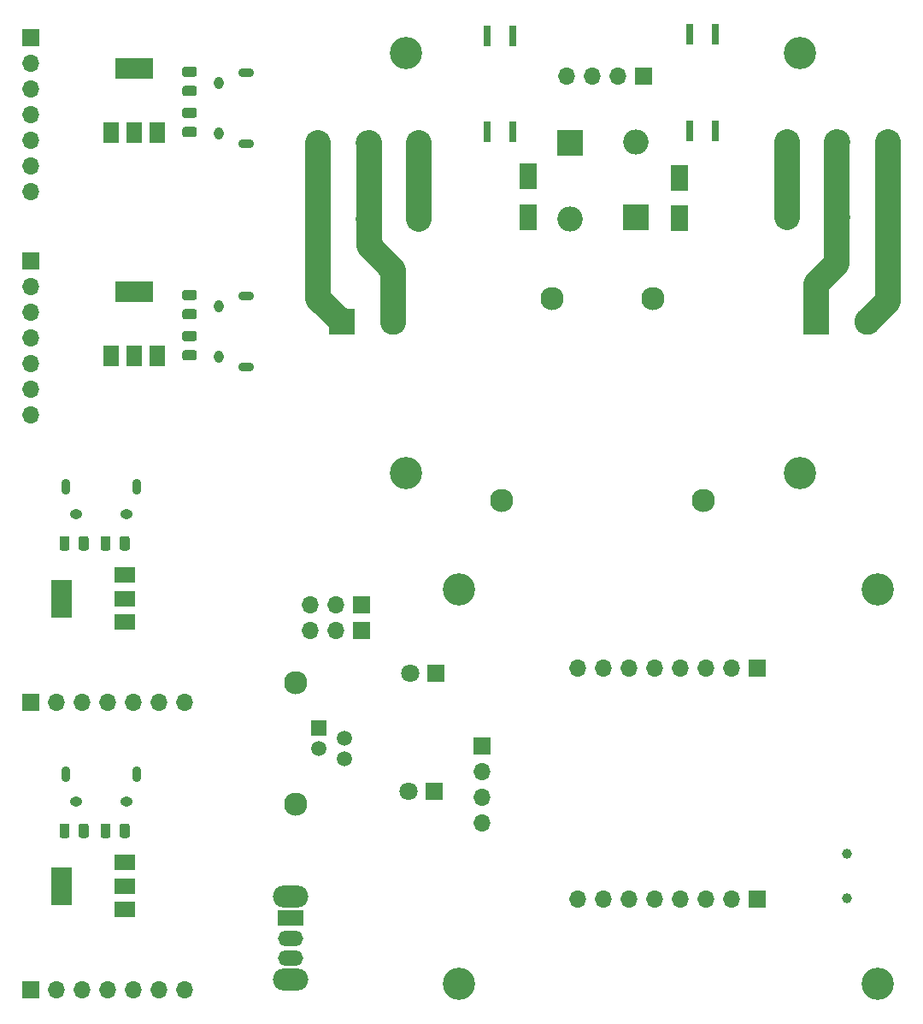
<source format=gbr>
%TF.GenerationSoftware,KiCad,Pcbnew,(5.1.7)-1*%
%TF.CreationDate,2021-02-24T10:57:44+01:00*%
%TF.ProjectId,Temperature-controller-with-ESP8266,54656d70-6572-4617-9475-72652d636f6e,rev?*%
%TF.SameCoordinates,Original*%
%TF.FileFunction,Soldermask,Bot*%
%TF.FilePolarity,Negative*%
%FSLAX46Y46*%
G04 Gerber Fmt 4.6, Leading zero omitted, Abs format (unit mm)*
G04 Created by KiCad (PCBNEW (5.1.7)-1) date 2021-02-24 10:57:44*
%MOMM*%
%LPD*%
G01*
G04 APERTURE LIST*
%ADD10C,2.500000*%
%ADD11O,1.700000X1.700000*%
%ADD12R,1.700000X1.700000*%
%ADD13R,2.000000X1.500000*%
%ADD14R,2.000000X3.800000*%
%ADD15O,0.890000X1.550000*%
%ADD16O,1.250000X0.950000*%
%ADD17R,1.500000X2.000000*%
%ADD18R,3.800000X2.000000*%
%ADD19O,1.550000X0.890000*%
%ADD20O,0.950000X1.250000*%
%ADD21C,2.300000*%
%ADD22R,1.500000X1.500000*%
%ADD23C,1.500000*%
%ADD24R,0.640000X2.000000*%
%ADD25R,2.500000X2.500000*%
%ADD26O,2.500000X2.500000*%
%ADD27R,1.800000X2.500000*%
%ADD28C,1.000000*%
%ADD29C,1.800000*%
%ADD30R,1.800000X1.800000*%
%ADD31O,3.500000X2.200000*%
%ADD32O,2.500000X1.500000*%
%ADD33R,2.500000X1.500000*%
%ADD34C,3.200000*%
%ADD35C,2.600000*%
%ADD36R,2.600000X2.600000*%
G04 APERTURE END LIST*
D10*
X126873000Y-72136000D02*
X124460000Y-69850000D01*
X131953000Y-67056000D02*
X129540000Y-64643000D01*
X131953000Y-72136000D02*
X131953000Y-67056000D01*
X173863000Y-68453000D02*
X175895000Y-66421000D01*
X173863000Y-72136000D02*
X173863000Y-68453000D01*
X178943000Y-72136000D02*
X180975000Y-70104000D01*
X180975000Y-54356000D02*
X180975000Y-70104000D01*
X175895000Y-54356000D02*
X175895000Y-66421000D01*
X170942000Y-54356000D02*
X170942000Y-61849000D01*
X124460000Y-54483000D02*
X124460000Y-69850000D01*
X129540000Y-54483000D02*
X129540000Y-64643000D01*
X134493000Y-54483000D02*
X134493000Y-61976000D01*
D11*
%TO.C,J12*%
X111252000Y-138303000D03*
X108712000Y-138303000D03*
X106172000Y-138303000D03*
X103632000Y-138303000D03*
X101092000Y-138303000D03*
X98552000Y-138303000D03*
D12*
X96012000Y-138303000D03*
%TD*%
D13*
%TO.C,U8*%
X105385000Y-125716000D03*
X105385000Y-130316000D03*
X105385000Y-128016000D03*
D14*
X99085000Y-128016000D03*
%TD*%
D15*
%TO.C,J11*%
X99497000Y-116937000D03*
X106497000Y-116937000D03*
D16*
X100497000Y-119637000D03*
X105497000Y-119637000D03*
%TD*%
%TO.C,C7*%
G36*
G01*
X103944000Y-122080000D02*
X103944000Y-123030000D01*
G75*
G02*
X103694000Y-123280000I-250000J0D01*
G01*
X103194000Y-123280000D01*
G75*
G02*
X102944000Y-123030000I0J250000D01*
G01*
X102944000Y-122080000D01*
G75*
G02*
X103194000Y-121830000I250000J0D01*
G01*
X103694000Y-121830000D01*
G75*
G02*
X103944000Y-122080000I0J-250000D01*
G01*
G37*
G36*
G01*
X105844000Y-122080000D02*
X105844000Y-123030000D01*
G75*
G02*
X105594000Y-123280000I-250000J0D01*
G01*
X105094000Y-123280000D01*
G75*
G02*
X104844000Y-123030000I0J250000D01*
G01*
X104844000Y-122080000D01*
G75*
G02*
X105094000Y-121830000I250000J0D01*
G01*
X105594000Y-121830000D01*
G75*
G02*
X105844000Y-122080000I0J-250000D01*
G01*
G37*
%TD*%
%TO.C,C8*%
G36*
G01*
X101780000Y-122080000D02*
X101780000Y-123030000D01*
G75*
G02*
X101530000Y-123280000I-250000J0D01*
G01*
X101030000Y-123280000D01*
G75*
G02*
X100780000Y-123030000I0J250000D01*
G01*
X100780000Y-122080000D01*
G75*
G02*
X101030000Y-121830000I250000J0D01*
G01*
X101530000Y-121830000D01*
G75*
G02*
X101780000Y-122080000I0J-250000D01*
G01*
G37*
G36*
G01*
X99880000Y-122080000D02*
X99880000Y-123030000D01*
G75*
G02*
X99630000Y-123280000I-250000J0D01*
G01*
X99130000Y-123280000D01*
G75*
G02*
X98880000Y-123030000I0J250000D01*
G01*
X98880000Y-122080000D01*
G75*
G02*
X99130000Y-121830000I250000J0D01*
G01*
X99630000Y-121830000D01*
G75*
G02*
X99880000Y-122080000I0J-250000D01*
G01*
G37*
%TD*%
D11*
%TO.C,J12*%
X111252000Y-109855000D03*
X108712000Y-109855000D03*
X106172000Y-109855000D03*
X103632000Y-109855000D03*
X101092000Y-109855000D03*
X98552000Y-109855000D03*
D12*
X96012000Y-109855000D03*
%TD*%
D13*
%TO.C,U8*%
X105385000Y-97268000D03*
X105385000Y-101868000D03*
X105385000Y-99568000D03*
D14*
X99085000Y-99568000D03*
%TD*%
D15*
%TO.C,J11*%
X99497000Y-88489000D03*
X106497000Y-88489000D03*
D16*
X100497000Y-91189000D03*
X105497000Y-91189000D03*
%TD*%
%TO.C,C7*%
G36*
G01*
X103944000Y-93632000D02*
X103944000Y-94582000D01*
G75*
G02*
X103694000Y-94832000I-250000J0D01*
G01*
X103194000Y-94832000D01*
G75*
G02*
X102944000Y-94582000I0J250000D01*
G01*
X102944000Y-93632000D01*
G75*
G02*
X103194000Y-93382000I250000J0D01*
G01*
X103694000Y-93382000D01*
G75*
G02*
X103944000Y-93632000I0J-250000D01*
G01*
G37*
G36*
G01*
X105844000Y-93632000D02*
X105844000Y-94582000D01*
G75*
G02*
X105594000Y-94832000I-250000J0D01*
G01*
X105094000Y-94832000D01*
G75*
G02*
X104844000Y-94582000I0J250000D01*
G01*
X104844000Y-93632000D01*
G75*
G02*
X105094000Y-93382000I250000J0D01*
G01*
X105594000Y-93382000D01*
G75*
G02*
X105844000Y-93632000I0J-250000D01*
G01*
G37*
%TD*%
%TO.C,C8*%
G36*
G01*
X101780000Y-93632000D02*
X101780000Y-94582000D01*
G75*
G02*
X101530000Y-94832000I-250000J0D01*
G01*
X101030000Y-94832000D01*
G75*
G02*
X100780000Y-94582000I0J250000D01*
G01*
X100780000Y-93632000D01*
G75*
G02*
X101030000Y-93382000I250000J0D01*
G01*
X101530000Y-93382000D01*
G75*
G02*
X101780000Y-93632000I0J-250000D01*
G01*
G37*
G36*
G01*
X99880000Y-93632000D02*
X99880000Y-94582000D01*
G75*
G02*
X99630000Y-94832000I-250000J0D01*
G01*
X99130000Y-94832000D01*
G75*
G02*
X98880000Y-94582000I0J250000D01*
G01*
X98880000Y-93632000D01*
G75*
G02*
X99130000Y-93382000I250000J0D01*
G01*
X99630000Y-93382000D01*
G75*
G02*
X99880000Y-93632000I0J-250000D01*
G01*
G37*
%TD*%
D11*
%TO.C,J12*%
X96012000Y-81407000D03*
X96012000Y-78867000D03*
X96012000Y-76327000D03*
X96012000Y-73787000D03*
X96012000Y-71247000D03*
X96012000Y-68707000D03*
D12*
X96012000Y-66167000D03*
%TD*%
D17*
%TO.C,U8*%
X108599000Y-75540000D03*
X103999000Y-75540000D03*
X106299000Y-75540000D03*
D18*
X106299000Y-69240000D03*
%TD*%
D19*
%TO.C,J11*%
X117378000Y-69652000D03*
X117378000Y-76652000D03*
D20*
X114678000Y-70652000D03*
X114678000Y-75652000D03*
%TD*%
%TO.C,C7*%
G36*
G01*
X112235000Y-74099000D02*
X111285000Y-74099000D01*
G75*
G02*
X111035000Y-73849000I0J250000D01*
G01*
X111035000Y-73349000D01*
G75*
G02*
X111285000Y-73099000I250000J0D01*
G01*
X112235000Y-73099000D01*
G75*
G02*
X112485000Y-73349000I0J-250000D01*
G01*
X112485000Y-73849000D01*
G75*
G02*
X112235000Y-74099000I-250000J0D01*
G01*
G37*
G36*
G01*
X112235000Y-75999000D02*
X111285000Y-75999000D01*
G75*
G02*
X111035000Y-75749000I0J250000D01*
G01*
X111035000Y-75249000D01*
G75*
G02*
X111285000Y-74999000I250000J0D01*
G01*
X112235000Y-74999000D01*
G75*
G02*
X112485000Y-75249000I0J-250000D01*
G01*
X112485000Y-75749000D01*
G75*
G02*
X112235000Y-75999000I-250000J0D01*
G01*
G37*
%TD*%
%TO.C,C8*%
G36*
G01*
X112235000Y-71935000D02*
X111285000Y-71935000D01*
G75*
G02*
X111035000Y-71685000I0J250000D01*
G01*
X111035000Y-71185000D01*
G75*
G02*
X111285000Y-70935000I250000J0D01*
G01*
X112235000Y-70935000D01*
G75*
G02*
X112485000Y-71185000I0J-250000D01*
G01*
X112485000Y-71685000D01*
G75*
G02*
X112235000Y-71935000I-250000J0D01*
G01*
G37*
G36*
G01*
X112235000Y-70035000D02*
X111285000Y-70035000D01*
G75*
G02*
X111035000Y-69785000I0J250000D01*
G01*
X111035000Y-69285000D01*
G75*
G02*
X111285000Y-69035000I250000J0D01*
G01*
X112235000Y-69035000D01*
G75*
G02*
X112485000Y-69285000I0J-250000D01*
G01*
X112485000Y-69785000D01*
G75*
G02*
X112235000Y-70035000I-250000J0D01*
G01*
G37*
%TD*%
D21*
%TO.C,J5*%
X122287000Y-107925000D03*
D22*
X124587000Y-112395000D03*
D23*
X127127000Y-113415000D03*
X124587000Y-114435000D03*
D21*
X122287000Y-119925000D03*
D23*
X127127000Y-115455000D03*
%TD*%
D11*
%TO.C,J2*%
X140716000Y-121793000D03*
X140716000Y-119253000D03*
X140716000Y-116713000D03*
D12*
X140716000Y-114173000D03*
%TD*%
D24*
%TO.C,U4*%
X161290000Y-53264000D03*
X163830000Y-53264000D03*
X163830000Y-43764000D03*
X161290000Y-43764000D03*
%TD*%
D25*
%TO.C,RL2*%
X149479000Y-54483000D03*
D26*
X134479000Y-54483000D03*
X129479000Y-54483000D03*
X124479000Y-54483000D03*
X124479000Y-61983000D03*
X129479000Y-61983000D03*
X134479000Y-61983000D03*
X149479000Y-61983000D03*
%TD*%
%TO.C,RL1*%
X155956000Y-54349000D03*
X170956000Y-54349000D03*
X175956000Y-54349000D03*
X180956000Y-54349000D03*
X180956000Y-61849000D03*
X175956000Y-61849000D03*
X170956000Y-61849000D03*
D25*
X155956000Y-61849000D03*
%TD*%
D27*
%TO.C,D3*%
X160274000Y-57944000D03*
X160274000Y-61944000D03*
%TD*%
D28*
%TO.C,J1*%
X176916000Y-124800000D03*
X176916000Y-129200000D03*
%TD*%
D29*
%TO.C,D1*%
X133477000Y-118618000D03*
D30*
X136017000Y-118618000D03*
%TD*%
D29*
%TO.C,D2*%
X133604000Y-106934000D03*
D30*
X136144000Y-106934000D03*
%TD*%
D31*
%TO.C,SW2*%
X121793000Y-137291000D03*
X121793000Y-129091000D03*
D32*
X121793000Y-135191000D03*
X121793000Y-133191000D03*
D33*
X121793000Y-131191000D03*
%TD*%
D12*
%TO.C,J3*%
X156718000Y-47879000D03*
D11*
X154178000Y-47879000D03*
X151638000Y-47879000D03*
X149098000Y-47879000D03*
%TD*%
D34*
%TO.C,H5*%
X133223000Y-45593000D03*
%TD*%
%TO.C,H6*%
X172212000Y-45593000D03*
%TD*%
%TO.C,H7*%
X133223000Y-87122000D03*
%TD*%
%TO.C,H8*%
X172212000Y-87122000D03*
%TD*%
D27*
%TO.C,D4*%
X145288000Y-61817000D03*
X145288000Y-57817000D03*
%TD*%
D24*
%TO.C,U3*%
X141224000Y-43891000D03*
X143764000Y-43891000D03*
X143764000Y-53391000D03*
X141224000Y-53391000D03*
%TD*%
D35*
%TO.C,J7*%
X131953000Y-72136000D03*
D36*
X126873000Y-72136000D03*
%TD*%
%TO.C,J8*%
X173863000Y-72136000D03*
D35*
X178943000Y-72136000D03*
%TD*%
D21*
%TO.C,PS1*%
X147654000Y-69883000D03*
X142654000Y-89883000D03*
X162654000Y-89883000D03*
X157654000Y-69883000D03*
%TD*%
D34*
%TO.C,H1*%
X138430000Y-137668000D03*
%TD*%
%TO.C,H2*%
X179959000Y-137668000D03*
%TD*%
%TO.C,H3*%
X138430000Y-98679000D03*
%TD*%
%TO.C,H4*%
X179959000Y-98679000D03*
%TD*%
D12*
%TO.C,J9*%
X168021000Y-129286000D03*
D11*
X165481000Y-129286000D03*
X162941000Y-129286000D03*
X160401000Y-129286000D03*
X157861000Y-129286000D03*
X155321000Y-129286000D03*
X152781000Y-129286000D03*
X150241000Y-129286000D03*
%TD*%
%TO.C,J10*%
X150241000Y-106426000D03*
X152781000Y-106426000D03*
X155321000Y-106426000D03*
X157861000Y-106426000D03*
X160401000Y-106426000D03*
X162941000Y-106426000D03*
X165481000Y-106426000D03*
D12*
X168021000Y-106426000D03*
%TD*%
D11*
%TO.C,J4*%
X123698000Y-100203000D03*
X126238000Y-100203000D03*
D12*
X128778000Y-100203000D03*
%TD*%
%TO.C,J6*%
X128778000Y-102743000D03*
D11*
X126238000Y-102743000D03*
X123698000Y-102743000D03*
%TD*%
%TO.C,C7*%
G36*
G01*
X112235000Y-53901000D02*
X111285000Y-53901000D01*
G75*
G02*
X111035000Y-53651000I0J250000D01*
G01*
X111035000Y-53151000D01*
G75*
G02*
X111285000Y-52901000I250000J0D01*
G01*
X112235000Y-52901000D01*
G75*
G02*
X112485000Y-53151000I0J-250000D01*
G01*
X112485000Y-53651000D01*
G75*
G02*
X112235000Y-53901000I-250000J0D01*
G01*
G37*
G36*
G01*
X112235000Y-52001000D02*
X111285000Y-52001000D01*
G75*
G02*
X111035000Y-51751000I0J250000D01*
G01*
X111035000Y-51251000D01*
G75*
G02*
X111285000Y-51001000I250000J0D01*
G01*
X112235000Y-51001000D01*
G75*
G02*
X112485000Y-51251000I0J-250000D01*
G01*
X112485000Y-51751000D01*
G75*
G02*
X112235000Y-52001000I-250000J0D01*
G01*
G37*
%TD*%
%TO.C,C8*%
G36*
G01*
X112235000Y-47937000D02*
X111285000Y-47937000D01*
G75*
G02*
X111035000Y-47687000I0J250000D01*
G01*
X111035000Y-47187000D01*
G75*
G02*
X111285000Y-46937000I250000J0D01*
G01*
X112235000Y-46937000D01*
G75*
G02*
X112485000Y-47187000I0J-250000D01*
G01*
X112485000Y-47687000D01*
G75*
G02*
X112235000Y-47937000I-250000J0D01*
G01*
G37*
G36*
G01*
X112235000Y-49837000D02*
X111285000Y-49837000D01*
G75*
G02*
X111035000Y-49587000I0J250000D01*
G01*
X111035000Y-49087000D01*
G75*
G02*
X111285000Y-48837000I250000J0D01*
G01*
X112235000Y-48837000D01*
G75*
G02*
X112485000Y-49087000I0J-250000D01*
G01*
X112485000Y-49587000D01*
G75*
G02*
X112235000Y-49837000I-250000J0D01*
G01*
G37*
%TD*%
D20*
%TO.C,J11*%
X114678000Y-53554000D03*
X114678000Y-48554000D03*
D19*
X117378000Y-54554000D03*
X117378000Y-47554000D03*
%TD*%
D18*
%TO.C,U8*%
X106299000Y-47142000D03*
D17*
X106299000Y-53442000D03*
X103999000Y-53442000D03*
X108599000Y-53442000D03*
%TD*%
D12*
%TO.C,J12*%
X96012000Y-44069000D03*
D11*
X96012000Y-46609000D03*
X96012000Y-49149000D03*
X96012000Y-51689000D03*
X96012000Y-54229000D03*
X96012000Y-56769000D03*
X96012000Y-59309000D03*
%TD*%
M02*

</source>
